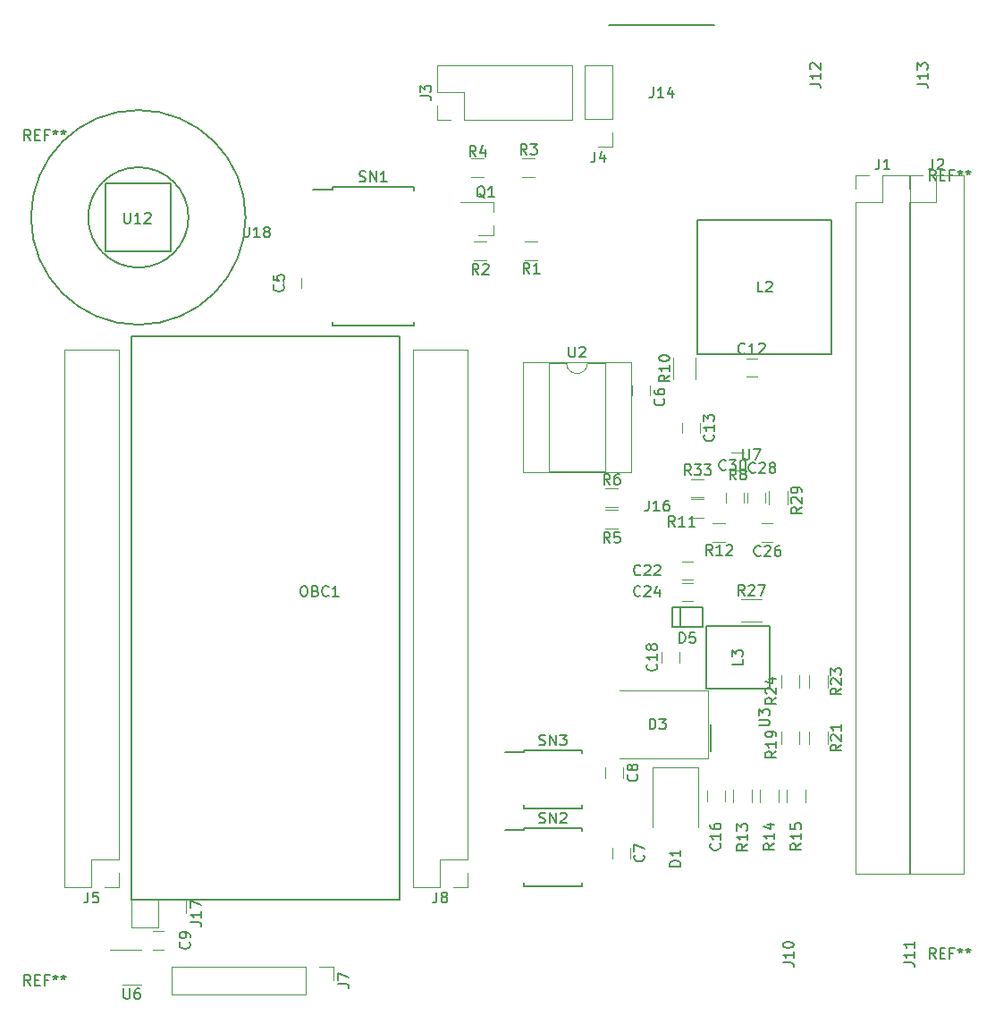
<source format=gbr>
G04 #@! TF.FileFunction,Legend,Top*
%FSLAX46Y46*%
G04 Gerber Fmt 4.6, Leading zero omitted, Abs format (unit mm)*
G04 Created by KiCad (PCBNEW 4.0.7) date 11/09/17 22:03:39*
%MOMM*%
%LPD*%
G01*
G04 APERTURE LIST*
%ADD10C,0.100000*%
%ADD11C,0.200000*%
%ADD12C,0.150000*%
%ADD13C,0.120000*%
G04 APERTURE END LIST*
D10*
D11*
X196966960Y-96621720D02*
X196966960Y-94081720D01*
D12*
X195696960Y-46329720D02*
X208396960Y-46329720D01*
X208396960Y-46329720D02*
X208396960Y-59029720D01*
X208396960Y-59029720D02*
X195696960Y-59029720D01*
X195696960Y-59029720D02*
X195696960Y-46329720D01*
D13*
X210622960Y-108238720D02*
X215822960Y-108238720D01*
X210622960Y-44678720D02*
X210622960Y-108238720D01*
X215822960Y-42078720D02*
X215822960Y-108238720D01*
X210622960Y-44678720D02*
X213222960Y-44678720D01*
X213222960Y-44678720D02*
X213222960Y-42078720D01*
X213222960Y-42078720D02*
X215822960Y-42078720D01*
X210622960Y-43408720D02*
X210622960Y-42078720D01*
X210622960Y-42078720D02*
X211952960Y-42078720D01*
X215702960Y-108238720D02*
X220902960Y-108238720D01*
X215702960Y-44678720D02*
X215702960Y-108238720D01*
X220902960Y-42078720D02*
X220902960Y-108238720D01*
X215702960Y-44678720D02*
X218302960Y-44678720D01*
X218302960Y-44678720D02*
X218302960Y-42078720D01*
X218302960Y-42078720D02*
X220902960Y-42078720D01*
X215702960Y-43408720D02*
X215702960Y-42078720D01*
X215702960Y-42078720D02*
X217032960Y-42078720D01*
X158192960Y-52798720D02*
X158192960Y-51798720D01*
X156492960Y-51798720D02*
X156492960Y-52798720D01*
X191212960Y-62958720D02*
X191212960Y-61958720D01*
X189512960Y-61958720D02*
X189512960Y-62958720D01*
X189307960Y-106773720D02*
X189307960Y-105773720D01*
X187607960Y-105773720D02*
X187607960Y-106773720D01*
X188672960Y-99153720D02*
X188672960Y-98153720D01*
X186972960Y-98153720D02*
X186972960Y-99153720D01*
X145142960Y-113678720D02*
X144142960Y-113678720D01*
X144142960Y-115378720D02*
X145142960Y-115378720D01*
X201296960Y-59449720D02*
X200296960Y-59449720D01*
X200296960Y-61149720D02*
X201296960Y-61149720D01*
X195911960Y-66514720D02*
X195911960Y-65514720D01*
X194211960Y-65514720D02*
X194211960Y-66514720D01*
X198271628Y-101386766D02*
X198271628Y-100386766D01*
X196571628Y-100386766D02*
X196571628Y-101386766D01*
X192306960Y-87231720D02*
X192306960Y-88231720D01*
X194006960Y-88231720D02*
X194006960Y-87231720D01*
X194221960Y-80376721D02*
X195221960Y-80376721D01*
X195221960Y-78676721D02*
X194221960Y-78676721D01*
X194221960Y-82368760D02*
X195221960Y-82368760D01*
X195221960Y-80668760D02*
X194221960Y-80668760D01*
X202800960Y-75070720D02*
X201800960Y-75070720D01*
X201800960Y-76770720D02*
X202800960Y-76770720D01*
X200434960Y-72118720D02*
X200434960Y-73118720D01*
X202134960Y-73118720D02*
X202134960Y-72118720D01*
X200102960Y-73118720D02*
X200102960Y-72118720D01*
X198402960Y-72118720D02*
X198402960Y-73118720D01*
X195761628Y-98151720D02*
X191461628Y-98151720D01*
X191461628Y-98151720D02*
X191461628Y-103851720D01*
X195761628Y-98151720D02*
X195761628Y-103851720D01*
X196686960Y-90831720D02*
X196686960Y-97331720D01*
X196686960Y-90831720D02*
X188286960Y-90831720D01*
X196686960Y-97331720D02*
X188286960Y-97331720D01*
D12*
X194056240Y-83021720D02*
X194056240Y-84821720D01*
X193256240Y-83021720D02*
X193256240Y-84821720D01*
X193256240Y-84821720D02*
X196156240Y-84821720D01*
X196156240Y-84821720D02*
X196156240Y-83021720D01*
X196156240Y-83021720D02*
X193256240Y-83021720D01*
D13*
X183818960Y-36864720D02*
X183818960Y-31664720D01*
X173598960Y-36864720D02*
X183818960Y-36864720D01*
X170998960Y-31664720D02*
X183818960Y-31664720D01*
X173598960Y-36864720D02*
X173598960Y-34264720D01*
X173598960Y-34264720D02*
X170998960Y-34264720D01*
X170998960Y-34264720D02*
X170998960Y-31664720D01*
X172328960Y-36864720D02*
X170998960Y-36864720D01*
X170998960Y-36864720D02*
X170998960Y-35534720D01*
X187628960Y-31664720D02*
X184968960Y-31664720D01*
X187628960Y-36804720D02*
X187628960Y-31664720D01*
X184968960Y-36804720D02*
X184968960Y-31664720D01*
X187628960Y-36804720D02*
X184968960Y-36804720D01*
X187628960Y-38074720D02*
X187628960Y-39404720D01*
X187628960Y-39404720D02*
X186298960Y-39404720D01*
X140892960Y-58588720D02*
X135692960Y-58588720D01*
X140892960Y-106908720D02*
X140892960Y-58588720D01*
X135692960Y-109508720D02*
X135692960Y-58588720D01*
X140892960Y-106908720D02*
X138292960Y-106908720D01*
X138292960Y-106908720D02*
X138292960Y-109508720D01*
X138292960Y-109508720D02*
X135692960Y-109508720D01*
X140892960Y-108178720D02*
X140892960Y-109508720D01*
X140892960Y-109508720D02*
X139562960Y-109508720D01*
X145852960Y-117008720D02*
X145852960Y-119668720D01*
X158612960Y-117008720D02*
X145852960Y-117008720D01*
X158612960Y-119668720D02*
X145852960Y-119668720D01*
X158612960Y-117008720D02*
X158612960Y-119668720D01*
X159882960Y-117008720D02*
X161212960Y-117008720D01*
X161212960Y-117008720D02*
X161212960Y-118338720D01*
X173912960Y-58588720D02*
X168712960Y-58588720D01*
X173912960Y-106908720D02*
X173912960Y-58588720D01*
X168712960Y-109508720D02*
X168712960Y-58588720D01*
X173912960Y-106908720D02*
X171312960Y-106908720D01*
X171312960Y-106908720D02*
X171312960Y-109508720D01*
X171312960Y-109508720D02*
X168712960Y-109508720D01*
X173912960Y-108178720D02*
X173912960Y-109508720D01*
X173912960Y-109508720D02*
X172582960Y-109508720D01*
D12*
X197282960Y-27853720D02*
X187282960Y-27853720D01*
D13*
X142042960Y-110658720D02*
X142042960Y-113318720D01*
X144642960Y-110658720D02*
X142042960Y-110658720D01*
X144642960Y-113318720D02*
X142042960Y-113318720D01*
X144642960Y-110658720D02*
X144642960Y-113318720D01*
X145912960Y-110658720D02*
X147242960Y-110658720D01*
X147242960Y-110658720D02*
X147242960Y-111988720D01*
D12*
X202506960Y-90731720D02*
X196506960Y-90731720D01*
X196506960Y-90731720D02*
X196506960Y-84731720D01*
X196506960Y-84731720D02*
X202506960Y-84731720D01*
X202506960Y-84731720D02*
X202506960Y-90731720D01*
X142102960Y-57378720D02*
X142102960Y-110718720D01*
X167502960Y-57378720D02*
X142102960Y-57378720D01*
X167502960Y-110718720D02*
X167502960Y-57378720D01*
X142102960Y-110718720D02*
X167502960Y-110718720D01*
D13*
X176390960Y-47782720D02*
X176390960Y-46852720D01*
X176390960Y-44622720D02*
X176390960Y-45552720D01*
X176390960Y-44622720D02*
X173230960Y-44622720D01*
X176390960Y-47782720D02*
X174930960Y-47782720D01*
X179348960Y-48370720D02*
X180548960Y-48370720D01*
X180548960Y-50130720D02*
X179348960Y-50130720D01*
X175722960Y-50130720D02*
X174522960Y-50130720D01*
X174522960Y-48370720D02*
X175722960Y-48370720D01*
X180294960Y-42256720D02*
X179094960Y-42256720D01*
X179094960Y-40496720D02*
X180294960Y-40496720D01*
X174268960Y-40496720D02*
X175468960Y-40496720D01*
X175468960Y-42256720D02*
X174268960Y-42256720D01*
X188168960Y-75530720D02*
X186968960Y-75530720D01*
X186968960Y-73770720D02*
X188168960Y-73770720D01*
X188168960Y-73498720D02*
X186968960Y-73498720D01*
X186968960Y-71738720D02*
X188168960Y-71738720D01*
X200106960Y-70069720D02*
X198906960Y-70069720D01*
X198906960Y-68309720D02*
X200106960Y-68309720D01*
X195496960Y-59394720D02*
X195496960Y-61394720D01*
X193356960Y-61394720D02*
X193356960Y-59394720D01*
X196296960Y-74514720D02*
X195096960Y-74514720D01*
X195096960Y-72754720D02*
X196296960Y-72754720D01*
X197128960Y-75040720D02*
X198328960Y-75040720D01*
X198328960Y-76800720D02*
X197128960Y-76800720D01*
X199081628Y-101486766D02*
X199081628Y-100286766D01*
X200841628Y-100286766D02*
X200841628Y-101486766D01*
X203381628Y-100286766D02*
X203381628Y-101486766D01*
X201621628Y-101486766D02*
X201621628Y-100286766D01*
X204161628Y-101486766D02*
X204161628Y-100286766D01*
X205921628Y-100286766D02*
X205921628Y-101486766D01*
X203581960Y-95951720D02*
X203581960Y-94751720D01*
X205341960Y-94751720D02*
X205341960Y-95951720D01*
X206246960Y-95951720D02*
X206246960Y-94751720D01*
X208006960Y-94751720D02*
X208006960Y-95951720D01*
X206246960Y-90626721D02*
X206246960Y-89426721D01*
X208006960Y-89426721D02*
X208006960Y-90626721D01*
X203581960Y-90626721D02*
X203581960Y-89426721D01*
X205341960Y-89426721D02*
X205341960Y-90626721D01*
X201776960Y-84346680D02*
X199776960Y-84346680D01*
X199776960Y-82206680D02*
X201776960Y-82206680D01*
X202436960Y-73218720D02*
X202436960Y-72018720D01*
X204196960Y-72018720D02*
X204196960Y-73218720D01*
X196296960Y-72609720D02*
X195096960Y-72609720D01*
X195096960Y-70849720D02*
X196296960Y-70849720D01*
D12*
X161087960Y-43183720D02*
X161087960Y-43433720D01*
X168837960Y-43183720D02*
X168837960Y-43518720D01*
X168837960Y-56333720D02*
X168837960Y-55998720D01*
X161087960Y-56333720D02*
X161087960Y-55998720D01*
X161087960Y-43183720D02*
X168837960Y-43183720D01*
X161087960Y-56333720D02*
X168837960Y-56333720D01*
X161087960Y-43433720D02*
X159287960Y-43433720D01*
X179230960Y-103899720D02*
X179230960Y-104104720D01*
X184730960Y-103899720D02*
X184730960Y-104199720D01*
X184730960Y-109409720D02*
X184730960Y-109109720D01*
X179230960Y-109409720D02*
X179230960Y-109109720D01*
X179230960Y-103899720D02*
X184730960Y-103899720D01*
X179230960Y-109409720D02*
X184730960Y-109409720D01*
X179230960Y-104104720D02*
X177480960Y-104104720D01*
X179230960Y-96533720D02*
X179230960Y-96738720D01*
X184730960Y-96533720D02*
X184730960Y-96833720D01*
X184730960Y-102043720D02*
X184730960Y-101743720D01*
X179230960Y-102043720D02*
X179230960Y-101743720D01*
X179230960Y-96533720D02*
X184730960Y-96533720D01*
X179230960Y-102043720D02*
X184730960Y-102043720D01*
X179230960Y-96738720D02*
X177480960Y-96738720D01*
D13*
X185266960Y-59858720D02*
G75*
G02X183266960Y-59858720I-1000000J0D01*
G01*
X183266960Y-59858720D02*
X181616960Y-59858720D01*
X181616960Y-59858720D02*
X181616960Y-70138720D01*
X181616960Y-70138720D02*
X186916960Y-70138720D01*
X186916960Y-70138720D02*
X186916960Y-59858720D01*
X186916960Y-59858720D02*
X185266960Y-59858720D01*
X179126960Y-59798720D02*
X179126960Y-70198720D01*
X179126960Y-70198720D02*
X189406960Y-70198720D01*
X189406960Y-70198720D02*
X189406960Y-59798720D01*
X189406960Y-59798720D02*
X179126960Y-59798720D01*
X141202960Y-118678720D02*
X143002960Y-118678720D01*
X143002960Y-115458720D02*
X140052960Y-115458720D01*
D12*
X152882960Y-46083720D02*
G75*
G03X152882960Y-46083720I-10160000J0D01*
G01*
X147472760Y-46083720D02*
G75*
G03X147472760Y-46083720I-4749800J0D01*
G01*
X139622960Y-42883720D02*
X145822960Y-42883720D01*
X145822960Y-42883720D02*
X145822960Y-49283720D01*
X145822960Y-49283720D02*
X139622960Y-49283720D01*
X139622960Y-49283720D02*
X139622960Y-42883720D01*
X201880294Y-53132101D02*
X201404103Y-53132101D01*
X201404103Y-52132101D01*
X202166008Y-52227339D02*
X202213627Y-52179720D01*
X202308865Y-52132101D01*
X202546961Y-52132101D01*
X202642199Y-52179720D01*
X202689818Y-52227339D01*
X202737437Y-52322577D01*
X202737437Y-52417815D01*
X202689818Y-52560672D01*
X202118389Y-53132101D01*
X202737437Y-53132101D01*
X212889627Y-40531101D02*
X212889627Y-41245387D01*
X212842007Y-41388244D01*
X212746769Y-41483482D01*
X212603912Y-41531101D01*
X212508674Y-41531101D01*
X213889627Y-41531101D02*
X213318198Y-41531101D01*
X213603912Y-41531101D02*
X213603912Y-40531101D01*
X213508674Y-40673958D01*
X213413436Y-40769196D01*
X213318198Y-40816815D01*
X217969627Y-40531101D02*
X217969627Y-41245387D01*
X217922007Y-41388244D01*
X217826769Y-41483482D01*
X217683912Y-41531101D01*
X217588674Y-41531101D01*
X218398198Y-40626339D02*
X218445817Y-40578720D01*
X218541055Y-40531101D01*
X218779151Y-40531101D01*
X218874389Y-40578720D01*
X218922008Y-40626339D01*
X218969627Y-40721577D01*
X218969627Y-40816815D01*
X218922008Y-40959672D01*
X218350579Y-41531101D01*
X218969627Y-41531101D01*
X156430103Y-52465386D02*
X156477722Y-52513005D01*
X156525341Y-52655862D01*
X156525341Y-52751100D01*
X156477722Y-52893958D01*
X156382484Y-52989196D01*
X156287246Y-53036815D01*
X156096770Y-53084434D01*
X155953912Y-53084434D01*
X155763436Y-53036815D01*
X155668198Y-52989196D01*
X155572960Y-52893958D01*
X155525341Y-52751100D01*
X155525341Y-52655862D01*
X155572960Y-52513005D01*
X155620579Y-52465386D01*
X155525341Y-51560624D02*
X155525341Y-52036815D01*
X156001531Y-52084434D01*
X155953912Y-52036815D01*
X155906293Y-51941577D01*
X155906293Y-51703481D01*
X155953912Y-51608243D01*
X156001531Y-51560624D01*
X156096770Y-51513005D01*
X156334865Y-51513005D01*
X156430103Y-51560624D01*
X156477722Y-51608243D01*
X156525341Y-51703481D01*
X156525341Y-51941577D01*
X156477722Y-52036815D01*
X156430103Y-52084434D01*
X192470103Y-63260386D02*
X192517722Y-63308005D01*
X192565341Y-63450862D01*
X192565341Y-63546100D01*
X192517722Y-63688958D01*
X192422484Y-63784196D01*
X192327246Y-63831815D01*
X192136770Y-63879434D01*
X191993912Y-63879434D01*
X191803436Y-63831815D01*
X191708198Y-63784196D01*
X191612960Y-63688958D01*
X191565341Y-63546100D01*
X191565341Y-63450862D01*
X191612960Y-63308005D01*
X191660579Y-63260386D01*
X191565341Y-62403243D02*
X191565341Y-62593720D01*
X191612960Y-62688958D01*
X191660579Y-62736577D01*
X191803436Y-62831815D01*
X191993912Y-62879434D01*
X192374865Y-62879434D01*
X192470103Y-62831815D01*
X192517722Y-62784196D01*
X192565341Y-62688958D01*
X192565341Y-62498481D01*
X192517722Y-62403243D01*
X192470103Y-62355624D01*
X192374865Y-62308005D01*
X192136770Y-62308005D01*
X192041531Y-62355624D01*
X191993912Y-62403243D01*
X191946293Y-62498481D01*
X191946293Y-62688958D01*
X191993912Y-62784196D01*
X192041531Y-62831815D01*
X192136770Y-62879434D01*
X190565103Y-106440386D02*
X190612722Y-106488005D01*
X190660341Y-106630862D01*
X190660341Y-106726100D01*
X190612722Y-106868958D01*
X190517484Y-106964196D01*
X190422246Y-107011815D01*
X190231770Y-107059434D01*
X190088912Y-107059434D01*
X189898436Y-107011815D01*
X189803198Y-106964196D01*
X189707960Y-106868958D01*
X189660341Y-106726100D01*
X189660341Y-106630862D01*
X189707960Y-106488005D01*
X189755579Y-106440386D01*
X189660341Y-106107053D02*
X189660341Y-105440386D01*
X190660341Y-105868958D01*
X189930103Y-98820386D02*
X189977722Y-98868005D01*
X190025341Y-99010862D01*
X190025341Y-99106100D01*
X189977722Y-99248958D01*
X189882484Y-99344196D01*
X189787246Y-99391815D01*
X189596770Y-99439434D01*
X189453912Y-99439434D01*
X189263436Y-99391815D01*
X189168198Y-99344196D01*
X189072960Y-99248958D01*
X189025341Y-99106100D01*
X189025341Y-99010862D01*
X189072960Y-98868005D01*
X189120579Y-98820386D01*
X189453912Y-98248958D02*
X189406293Y-98344196D01*
X189358674Y-98391815D01*
X189263436Y-98439434D01*
X189215817Y-98439434D01*
X189120579Y-98391815D01*
X189072960Y-98344196D01*
X189025341Y-98248958D01*
X189025341Y-98058481D01*
X189072960Y-97963243D01*
X189120579Y-97915624D01*
X189215817Y-97868005D01*
X189263436Y-97868005D01*
X189358674Y-97915624D01*
X189406293Y-97963243D01*
X189453912Y-98058481D01*
X189453912Y-98248958D01*
X189501531Y-98344196D01*
X189549150Y-98391815D01*
X189644389Y-98439434D01*
X189834865Y-98439434D01*
X189930103Y-98391815D01*
X189977722Y-98344196D01*
X190025341Y-98248958D01*
X190025341Y-98058481D01*
X189977722Y-97963243D01*
X189930103Y-97915624D01*
X189834865Y-97868005D01*
X189644389Y-97868005D01*
X189549150Y-97915624D01*
X189501531Y-97963243D01*
X189453912Y-98058481D01*
X147540103Y-114695386D02*
X147587722Y-114743005D01*
X147635341Y-114885862D01*
X147635341Y-114981100D01*
X147587722Y-115123958D01*
X147492484Y-115219196D01*
X147397246Y-115266815D01*
X147206770Y-115314434D01*
X147063912Y-115314434D01*
X146873436Y-115266815D01*
X146778198Y-115219196D01*
X146682960Y-115123958D01*
X146635341Y-114981100D01*
X146635341Y-114885862D01*
X146682960Y-114743005D01*
X146730579Y-114695386D01*
X147635341Y-114219196D02*
X147635341Y-114028720D01*
X147587722Y-113933481D01*
X147540103Y-113885862D01*
X147397246Y-113790624D01*
X147206770Y-113743005D01*
X146825817Y-113743005D01*
X146730579Y-113790624D01*
X146682960Y-113838243D01*
X146635341Y-113933481D01*
X146635341Y-114123958D01*
X146682960Y-114219196D01*
X146730579Y-114266815D01*
X146825817Y-114314434D01*
X147063912Y-114314434D01*
X147159150Y-114266815D01*
X147206770Y-114219196D01*
X147254389Y-114123958D01*
X147254389Y-113933481D01*
X147206770Y-113838243D01*
X147159150Y-113790624D01*
X147063912Y-113743005D01*
X200154103Y-58906863D02*
X200106484Y-58954482D01*
X199963627Y-59002101D01*
X199868389Y-59002101D01*
X199725531Y-58954482D01*
X199630293Y-58859244D01*
X199582674Y-58764006D01*
X199535055Y-58573530D01*
X199535055Y-58430672D01*
X199582674Y-58240196D01*
X199630293Y-58144958D01*
X199725531Y-58049720D01*
X199868389Y-58002101D01*
X199963627Y-58002101D01*
X200106484Y-58049720D01*
X200154103Y-58097339D01*
X201106484Y-59002101D02*
X200535055Y-59002101D01*
X200820769Y-59002101D02*
X200820769Y-58002101D01*
X200725531Y-58144958D01*
X200630293Y-58240196D01*
X200535055Y-58287815D01*
X201487436Y-58097339D02*
X201535055Y-58049720D01*
X201630293Y-58002101D01*
X201868389Y-58002101D01*
X201963627Y-58049720D01*
X202011246Y-58097339D01*
X202058865Y-58192577D01*
X202058865Y-58287815D01*
X202011246Y-58430672D01*
X201439817Y-59002101D01*
X202058865Y-59002101D01*
X197169103Y-66657577D02*
X197216722Y-66705196D01*
X197264341Y-66848053D01*
X197264341Y-66943291D01*
X197216722Y-67086149D01*
X197121484Y-67181387D01*
X197026246Y-67229006D01*
X196835770Y-67276625D01*
X196692912Y-67276625D01*
X196502436Y-67229006D01*
X196407198Y-67181387D01*
X196311960Y-67086149D01*
X196264341Y-66943291D01*
X196264341Y-66848053D01*
X196311960Y-66705196D01*
X196359579Y-66657577D01*
X197264341Y-65705196D02*
X197264341Y-66276625D01*
X197264341Y-65990911D02*
X196264341Y-65990911D01*
X196407198Y-66086149D01*
X196502436Y-66181387D01*
X196550055Y-66276625D01*
X196264341Y-65371863D02*
X196264341Y-64752815D01*
X196645293Y-65086149D01*
X196645293Y-64943291D01*
X196692912Y-64848053D01*
X196740531Y-64800434D01*
X196835770Y-64752815D01*
X197073865Y-64752815D01*
X197169103Y-64800434D01*
X197216722Y-64848053D01*
X197264341Y-64943291D01*
X197264341Y-65229006D01*
X197216722Y-65324244D01*
X197169103Y-65371863D01*
X197778771Y-105359623D02*
X197826390Y-105407242D01*
X197874009Y-105550099D01*
X197874009Y-105645337D01*
X197826390Y-105788195D01*
X197731152Y-105883433D01*
X197635914Y-105931052D01*
X197445438Y-105978671D01*
X197302580Y-105978671D01*
X197112104Y-105931052D01*
X197016866Y-105883433D01*
X196921628Y-105788195D01*
X196874009Y-105645337D01*
X196874009Y-105550099D01*
X196921628Y-105407242D01*
X196969247Y-105359623D01*
X197874009Y-104407242D02*
X197874009Y-104978671D01*
X197874009Y-104692957D02*
X196874009Y-104692957D01*
X197016866Y-104788195D01*
X197112104Y-104883433D01*
X197159723Y-104978671D01*
X196874009Y-103550099D02*
X196874009Y-103740576D01*
X196921628Y-103835814D01*
X196969247Y-103883433D01*
X197112104Y-103978671D01*
X197302580Y-104026290D01*
X197683533Y-104026290D01*
X197778771Y-103978671D01*
X197826390Y-103931052D01*
X197874009Y-103835814D01*
X197874009Y-103645337D01*
X197826390Y-103550099D01*
X197778771Y-103502480D01*
X197683533Y-103454861D01*
X197445438Y-103454861D01*
X197350199Y-103502480D01*
X197302580Y-103550099D01*
X197254961Y-103645337D01*
X197254961Y-103835814D01*
X197302580Y-103931052D01*
X197350199Y-103978671D01*
X197445438Y-104026290D01*
X191764103Y-88374577D02*
X191811722Y-88422196D01*
X191859341Y-88565053D01*
X191859341Y-88660291D01*
X191811722Y-88803149D01*
X191716484Y-88898387D01*
X191621246Y-88946006D01*
X191430770Y-88993625D01*
X191287912Y-88993625D01*
X191097436Y-88946006D01*
X191002198Y-88898387D01*
X190906960Y-88803149D01*
X190859341Y-88660291D01*
X190859341Y-88565053D01*
X190906960Y-88422196D01*
X190954579Y-88374577D01*
X191859341Y-87422196D02*
X191859341Y-87993625D01*
X191859341Y-87707911D02*
X190859341Y-87707911D01*
X191002198Y-87803149D01*
X191097436Y-87898387D01*
X191145055Y-87993625D01*
X191287912Y-86850768D02*
X191240293Y-86946006D01*
X191192674Y-86993625D01*
X191097436Y-87041244D01*
X191049817Y-87041244D01*
X190954579Y-86993625D01*
X190906960Y-86946006D01*
X190859341Y-86850768D01*
X190859341Y-86660291D01*
X190906960Y-86565053D01*
X190954579Y-86517434D01*
X191049817Y-86469815D01*
X191097436Y-86469815D01*
X191192674Y-86517434D01*
X191240293Y-86565053D01*
X191287912Y-86660291D01*
X191287912Y-86850768D01*
X191335531Y-86946006D01*
X191383150Y-86993625D01*
X191478389Y-87041244D01*
X191668865Y-87041244D01*
X191764103Y-86993625D01*
X191811722Y-86946006D01*
X191859341Y-86850768D01*
X191859341Y-86660291D01*
X191811722Y-86565053D01*
X191764103Y-86517434D01*
X191668865Y-86469815D01*
X191478389Y-86469815D01*
X191383150Y-86517434D01*
X191335531Y-86565053D01*
X191287912Y-86660291D01*
X190269103Y-79883864D02*
X190221484Y-79931483D01*
X190078627Y-79979102D01*
X189983389Y-79979102D01*
X189840531Y-79931483D01*
X189745293Y-79836245D01*
X189697674Y-79741007D01*
X189650055Y-79550531D01*
X189650055Y-79407673D01*
X189697674Y-79217197D01*
X189745293Y-79121959D01*
X189840531Y-79026721D01*
X189983389Y-78979102D01*
X190078627Y-78979102D01*
X190221484Y-79026721D01*
X190269103Y-79074340D01*
X190650055Y-79074340D02*
X190697674Y-79026721D01*
X190792912Y-78979102D01*
X191031008Y-78979102D01*
X191126246Y-79026721D01*
X191173865Y-79074340D01*
X191221484Y-79169578D01*
X191221484Y-79264816D01*
X191173865Y-79407673D01*
X190602436Y-79979102D01*
X191221484Y-79979102D01*
X191602436Y-79074340D02*
X191650055Y-79026721D01*
X191745293Y-78979102D01*
X191983389Y-78979102D01*
X192078627Y-79026721D01*
X192126246Y-79074340D01*
X192173865Y-79169578D01*
X192173865Y-79264816D01*
X192126246Y-79407673D01*
X191554817Y-79979102D01*
X192173865Y-79979102D01*
X190269103Y-81875903D02*
X190221484Y-81923522D01*
X190078627Y-81971141D01*
X189983389Y-81971141D01*
X189840531Y-81923522D01*
X189745293Y-81828284D01*
X189697674Y-81733046D01*
X189650055Y-81542570D01*
X189650055Y-81399712D01*
X189697674Y-81209236D01*
X189745293Y-81113998D01*
X189840531Y-81018760D01*
X189983389Y-80971141D01*
X190078627Y-80971141D01*
X190221484Y-81018760D01*
X190269103Y-81066379D01*
X190650055Y-81066379D02*
X190697674Y-81018760D01*
X190792912Y-80971141D01*
X191031008Y-80971141D01*
X191126246Y-81018760D01*
X191173865Y-81066379D01*
X191221484Y-81161617D01*
X191221484Y-81256855D01*
X191173865Y-81399712D01*
X190602436Y-81971141D01*
X191221484Y-81971141D01*
X192078627Y-81304474D02*
X192078627Y-81971141D01*
X191840531Y-80923522D02*
X191602436Y-81637808D01*
X192221484Y-81637808D01*
X201658103Y-78055863D02*
X201610484Y-78103482D01*
X201467627Y-78151101D01*
X201372389Y-78151101D01*
X201229531Y-78103482D01*
X201134293Y-78008244D01*
X201086674Y-77913006D01*
X201039055Y-77722530D01*
X201039055Y-77579672D01*
X201086674Y-77389196D01*
X201134293Y-77293958D01*
X201229531Y-77198720D01*
X201372389Y-77151101D01*
X201467627Y-77151101D01*
X201610484Y-77198720D01*
X201658103Y-77246339D01*
X202039055Y-77246339D02*
X202086674Y-77198720D01*
X202181912Y-77151101D01*
X202420008Y-77151101D01*
X202515246Y-77198720D01*
X202562865Y-77246339D01*
X202610484Y-77341577D01*
X202610484Y-77436815D01*
X202562865Y-77579672D01*
X201991436Y-78151101D01*
X202610484Y-78151101D01*
X203467627Y-77151101D02*
X203277150Y-77151101D01*
X203181912Y-77198720D01*
X203134293Y-77246339D01*
X203039055Y-77389196D01*
X202991436Y-77579672D01*
X202991436Y-77960625D01*
X203039055Y-78055863D01*
X203086674Y-78103482D01*
X203181912Y-78151101D01*
X203372389Y-78151101D01*
X203467627Y-78103482D01*
X203515246Y-78055863D01*
X203562865Y-77960625D01*
X203562865Y-77722530D01*
X203515246Y-77627291D01*
X203467627Y-77579672D01*
X203372389Y-77532053D01*
X203181912Y-77532053D01*
X203086674Y-77579672D01*
X203039055Y-77627291D01*
X202991436Y-77722530D01*
X201150103Y-70181863D02*
X201102484Y-70229482D01*
X200959627Y-70277101D01*
X200864389Y-70277101D01*
X200721531Y-70229482D01*
X200626293Y-70134244D01*
X200578674Y-70039006D01*
X200531055Y-69848530D01*
X200531055Y-69705672D01*
X200578674Y-69515196D01*
X200626293Y-69419958D01*
X200721531Y-69324720D01*
X200864389Y-69277101D01*
X200959627Y-69277101D01*
X201102484Y-69324720D01*
X201150103Y-69372339D01*
X201531055Y-69372339D02*
X201578674Y-69324720D01*
X201673912Y-69277101D01*
X201912008Y-69277101D01*
X202007246Y-69324720D01*
X202054865Y-69372339D01*
X202102484Y-69467577D01*
X202102484Y-69562815D01*
X202054865Y-69705672D01*
X201483436Y-70277101D01*
X202102484Y-70277101D01*
X202673912Y-69705672D02*
X202578674Y-69658053D01*
X202531055Y-69610434D01*
X202483436Y-69515196D01*
X202483436Y-69467577D01*
X202531055Y-69372339D01*
X202578674Y-69324720D01*
X202673912Y-69277101D01*
X202864389Y-69277101D01*
X202959627Y-69324720D01*
X203007246Y-69372339D01*
X203054865Y-69467577D01*
X203054865Y-69515196D01*
X203007246Y-69610434D01*
X202959627Y-69658053D01*
X202864389Y-69705672D01*
X202673912Y-69705672D01*
X202578674Y-69753291D01*
X202531055Y-69800910D01*
X202483436Y-69896149D01*
X202483436Y-70086625D01*
X202531055Y-70181863D01*
X202578674Y-70229482D01*
X202673912Y-70277101D01*
X202864389Y-70277101D01*
X202959627Y-70229482D01*
X203007246Y-70181863D01*
X203054865Y-70086625D01*
X203054865Y-69896149D01*
X203007246Y-69800910D01*
X202959627Y-69753291D01*
X202864389Y-69705672D01*
X198356103Y-69927863D02*
X198308484Y-69975482D01*
X198165627Y-70023101D01*
X198070389Y-70023101D01*
X197927531Y-69975482D01*
X197832293Y-69880244D01*
X197784674Y-69785006D01*
X197737055Y-69594530D01*
X197737055Y-69451672D01*
X197784674Y-69261196D01*
X197832293Y-69165958D01*
X197927531Y-69070720D01*
X198070389Y-69023101D01*
X198165627Y-69023101D01*
X198308484Y-69070720D01*
X198356103Y-69118339D01*
X198689436Y-69023101D02*
X199308484Y-69023101D01*
X198975150Y-69404053D01*
X199118008Y-69404053D01*
X199213246Y-69451672D01*
X199260865Y-69499291D01*
X199308484Y-69594530D01*
X199308484Y-69832625D01*
X199260865Y-69927863D01*
X199213246Y-69975482D01*
X199118008Y-70023101D01*
X198832293Y-70023101D01*
X198737055Y-69975482D01*
X198689436Y-69927863D01*
X199927531Y-69023101D02*
X200022770Y-69023101D01*
X200118008Y-69070720D01*
X200165627Y-69118339D01*
X200213246Y-69213577D01*
X200260865Y-69404053D01*
X200260865Y-69642149D01*
X200213246Y-69832625D01*
X200165627Y-69927863D01*
X200118008Y-69975482D01*
X200022770Y-70023101D01*
X199927531Y-70023101D01*
X199832293Y-69975482D01*
X199784674Y-69927863D01*
X199737055Y-69832625D01*
X199689436Y-69642149D01*
X199689436Y-69404053D01*
X199737055Y-69213577D01*
X199784674Y-69118339D01*
X199832293Y-69070720D01*
X199927531Y-69023101D01*
X194064009Y-107519815D02*
X193064009Y-107519815D01*
X193064009Y-107281720D01*
X193111628Y-107138862D01*
X193206866Y-107043624D01*
X193302104Y-106996005D01*
X193492580Y-106948386D01*
X193635438Y-106948386D01*
X193825914Y-106996005D01*
X193921152Y-107043624D01*
X194016390Y-107138862D01*
X194064009Y-107281720D01*
X194064009Y-107519815D01*
X194064009Y-105996005D02*
X194064009Y-106567434D01*
X194064009Y-106281720D02*
X193064009Y-106281720D01*
X193206866Y-106376958D01*
X193302104Y-106472196D01*
X193349723Y-106567434D01*
X191148865Y-94534101D02*
X191148865Y-93534101D01*
X191386960Y-93534101D01*
X191529818Y-93581720D01*
X191625056Y-93676958D01*
X191672675Y-93772196D01*
X191720294Y-93962672D01*
X191720294Y-94105530D01*
X191672675Y-94296006D01*
X191625056Y-94391244D01*
X191529818Y-94486482D01*
X191386960Y-94534101D01*
X191148865Y-94534101D01*
X192053627Y-93534101D02*
X192672675Y-93534101D01*
X192339341Y-93915053D01*
X192482199Y-93915053D01*
X192577437Y-93962672D01*
X192625056Y-94010291D01*
X192672675Y-94105530D01*
X192672675Y-94343625D01*
X192625056Y-94438863D01*
X192577437Y-94486482D01*
X192482199Y-94534101D01*
X192196484Y-94534101D01*
X192101246Y-94486482D01*
X192053627Y-94438863D01*
X193968145Y-86374101D02*
X193968145Y-85374101D01*
X194206240Y-85374101D01*
X194349098Y-85421720D01*
X194444336Y-85516958D01*
X194491955Y-85612196D01*
X194539574Y-85802672D01*
X194539574Y-85945530D01*
X194491955Y-86136006D01*
X194444336Y-86231244D01*
X194349098Y-86326482D01*
X194206240Y-86374101D01*
X193968145Y-86374101D01*
X195444336Y-85374101D02*
X194968145Y-85374101D01*
X194920526Y-85850291D01*
X194968145Y-85802672D01*
X195063383Y-85755053D01*
X195301479Y-85755053D01*
X195396717Y-85802672D01*
X195444336Y-85850291D01*
X195491955Y-85945530D01*
X195491955Y-86183625D01*
X195444336Y-86278863D01*
X195396717Y-86326482D01*
X195301479Y-86374101D01*
X195063383Y-86374101D01*
X194968145Y-86326482D01*
X194920526Y-86278863D01*
X169451341Y-34598053D02*
X170165627Y-34598053D01*
X170308484Y-34645673D01*
X170403722Y-34740911D01*
X170451341Y-34883768D01*
X170451341Y-34979006D01*
X169451341Y-34217101D02*
X169451341Y-33598053D01*
X169832293Y-33931387D01*
X169832293Y-33788529D01*
X169879912Y-33693291D01*
X169927531Y-33645672D01*
X170022770Y-33598053D01*
X170260865Y-33598053D01*
X170356103Y-33645672D01*
X170403722Y-33693291D01*
X170451341Y-33788529D01*
X170451341Y-34074244D01*
X170403722Y-34169482D01*
X170356103Y-34217101D01*
X185965627Y-39857101D02*
X185965627Y-40571387D01*
X185918007Y-40714244D01*
X185822769Y-40809482D01*
X185679912Y-40857101D01*
X185584674Y-40857101D01*
X186870389Y-40190434D02*
X186870389Y-40857101D01*
X186632293Y-39809482D02*
X186394198Y-40523768D01*
X187013246Y-40523768D01*
X137959627Y-109961101D02*
X137959627Y-110675387D01*
X137912007Y-110818244D01*
X137816769Y-110913482D01*
X137673912Y-110961101D01*
X137578674Y-110961101D01*
X138912008Y-109961101D02*
X138435817Y-109961101D01*
X138388198Y-110437291D01*
X138435817Y-110389672D01*
X138531055Y-110342053D01*
X138769151Y-110342053D01*
X138864389Y-110389672D01*
X138912008Y-110437291D01*
X138959627Y-110532530D01*
X138959627Y-110770625D01*
X138912008Y-110865863D01*
X138864389Y-110913482D01*
X138769151Y-110961101D01*
X138531055Y-110961101D01*
X138435817Y-110913482D01*
X138388198Y-110865863D01*
X161665341Y-118672053D02*
X162379627Y-118672053D01*
X162522484Y-118719673D01*
X162617722Y-118814911D01*
X162665341Y-118957768D01*
X162665341Y-119053006D01*
X161665341Y-118291101D02*
X161665341Y-117624434D01*
X162665341Y-118053006D01*
X170979627Y-109961101D02*
X170979627Y-110675387D01*
X170932007Y-110818244D01*
X170836769Y-110913482D01*
X170693912Y-110961101D01*
X170598674Y-110961101D01*
X171598674Y-110389672D02*
X171503436Y-110342053D01*
X171455817Y-110294434D01*
X171408198Y-110199196D01*
X171408198Y-110151577D01*
X171455817Y-110056339D01*
X171503436Y-110008720D01*
X171598674Y-109961101D01*
X171789151Y-109961101D01*
X171884389Y-110008720D01*
X171932008Y-110056339D01*
X171979627Y-110151577D01*
X171979627Y-110199196D01*
X171932008Y-110294434D01*
X171884389Y-110342053D01*
X171789151Y-110389672D01*
X171598674Y-110389672D01*
X171503436Y-110437291D01*
X171455817Y-110484910D01*
X171408198Y-110580149D01*
X171408198Y-110770625D01*
X171455817Y-110865863D01*
X171503436Y-110913482D01*
X171598674Y-110961101D01*
X171789151Y-110961101D01*
X171884389Y-110913482D01*
X171932008Y-110865863D01*
X171979627Y-110770625D01*
X171979627Y-110580149D01*
X171932008Y-110484910D01*
X171884389Y-110437291D01*
X171789151Y-110389672D01*
X203785341Y-116608243D02*
X204499627Y-116608243D01*
X204642484Y-116655863D01*
X204737722Y-116751101D01*
X204785341Y-116893958D01*
X204785341Y-116989196D01*
X204785341Y-115608243D02*
X204785341Y-116179672D01*
X204785341Y-115893958D02*
X203785341Y-115893958D01*
X203928198Y-115989196D01*
X204023436Y-116084434D01*
X204071055Y-116179672D01*
X203785341Y-114989196D02*
X203785341Y-114893957D01*
X203832960Y-114798719D01*
X203880579Y-114751100D01*
X203975817Y-114703481D01*
X204166293Y-114655862D01*
X204404389Y-114655862D01*
X204594865Y-114703481D01*
X204690103Y-114751100D01*
X204737722Y-114798719D01*
X204785341Y-114893957D01*
X204785341Y-114989196D01*
X204737722Y-115084434D01*
X204690103Y-115132053D01*
X204594865Y-115179672D01*
X204404389Y-115227291D01*
X204166293Y-115227291D01*
X203975817Y-115179672D01*
X203880579Y-115132053D01*
X203832960Y-115084434D01*
X203785341Y-114989196D01*
X215215341Y-116608243D02*
X215929627Y-116608243D01*
X216072484Y-116655863D01*
X216167722Y-116751101D01*
X216215341Y-116893958D01*
X216215341Y-116989196D01*
X216215341Y-115608243D02*
X216215341Y-116179672D01*
X216215341Y-115893958D02*
X215215341Y-115893958D01*
X215358198Y-115989196D01*
X215453436Y-116084434D01*
X215501055Y-116179672D01*
X216215341Y-114655862D02*
X216215341Y-115227291D01*
X216215341Y-114941577D02*
X215215341Y-114941577D01*
X215358198Y-115036815D01*
X215453436Y-115132053D01*
X215501055Y-115227291D01*
X206325341Y-33423243D02*
X207039627Y-33423243D01*
X207182484Y-33470863D01*
X207277722Y-33566101D01*
X207325341Y-33708958D01*
X207325341Y-33804196D01*
X207325341Y-32423243D02*
X207325341Y-32994672D01*
X207325341Y-32708958D02*
X206325341Y-32708958D01*
X206468198Y-32804196D01*
X206563436Y-32899434D01*
X206611055Y-32994672D01*
X206420579Y-32042291D02*
X206372960Y-31994672D01*
X206325341Y-31899434D01*
X206325341Y-31661338D01*
X206372960Y-31566100D01*
X206420579Y-31518481D01*
X206515817Y-31470862D01*
X206611055Y-31470862D01*
X206753912Y-31518481D01*
X207325341Y-32089910D01*
X207325341Y-31470862D01*
X216485341Y-33423243D02*
X217199627Y-33423243D01*
X217342484Y-33470863D01*
X217437722Y-33566101D01*
X217485341Y-33708958D01*
X217485341Y-33804196D01*
X217485341Y-32423243D02*
X217485341Y-32994672D01*
X217485341Y-32708958D02*
X216485341Y-32708958D01*
X216628198Y-32804196D01*
X216723436Y-32899434D01*
X216771055Y-32994672D01*
X216485341Y-32089910D02*
X216485341Y-31470862D01*
X216866293Y-31804196D01*
X216866293Y-31661338D01*
X216913912Y-31566100D01*
X216961531Y-31518481D01*
X217056770Y-31470862D01*
X217294865Y-31470862D01*
X217390103Y-31518481D01*
X217437722Y-31566100D01*
X217485341Y-31661338D01*
X217485341Y-31947053D01*
X217437722Y-32042291D01*
X217390103Y-32089910D01*
X191473437Y-33756101D02*
X191473437Y-34470387D01*
X191425817Y-34613244D01*
X191330579Y-34708482D01*
X191187722Y-34756101D01*
X191092484Y-34756101D01*
X192473437Y-34756101D02*
X191902008Y-34756101D01*
X192187722Y-34756101D02*
X192187722Y-33756101D01*
X192092484Y-33898958D01*
X191997246Y-33994196D01*
X191902008Y-34041815D01*
X193330580Y-34089434D02*
X193330580Y-34756101D01*
X193092484Y-33708482D02*
X192854389Y-34422768D01*
X193473437Y-34422768D01*
X191077437Y-72881101D02*
X191077437Y-73595387D01*
X191029817Y-73738244D01*
X190934579Y-73833482D01*
X190791722Y-73881101D01*
X190696484Y-73881101D01*
X192077437Y-73881101D02*
X191506008Y-73881101D01*
X191791722Y-73881101D02*
X191791722Y-72881101D01*
X191696484Y-73023958D01*
X191601246Y-73119196D01*
X191506008Y-73166815D01*
X192934580Y-72881101D02*
X192744103Y-72881101D01*
X192648865Y-72928720D01*
X192601246Y-72976339D01*
X192506008Y-73119196D01*
X192458389Y-73309672D01*
X192458389Y-73690625D01*
X192506008Y-73785863D01*
X192553627Y-73833482D01*
X192648865Y-73881101D01*
X192839342Y-73881101D01*
X192934580Y-73833482D01*
X192982199Y-73785863D01*
X193029818Y-73690625D01*
X193029818Y-73452530D01*
X192982199Y-73357291D01*
X192934580Y-73309672D01*
X192839342Y-73262053D01*
X192648865Y-73262053D01*
X192553627Y-73309672D01*
X192506008Y-73357291D01*
X192458389Y-73452530D01*
X147695341Y-112798243D02*
X148409627Y-112798243D01*
X148552484Y-112845863D01*
X148647722Y-112941101D01*
X148695341Y-113083958D01*
X148695341Y-113179196D01*
X148695341Y-111798243D02*
X148695341Y-112369672D01*
X148695341Y-112083958D02*
X147695341Y-112083958D01*
X147838198Y-112179196D01*
X147933436Y-112274434D01*
X147981055Y-112369672D01*
X147695341Y-111464910D02*
X147695341Y-110798243D01*
X148695341Y-111226815D01*
X153231437Y-46973101D02*
X153231437Y-47687387D01*
X153183817Y-47830244D01*
X153088579Y-47925482D01*
X152945722Y-47973101D01*
X152850484Y-47973101D01*
X154231437Y-47973101D02*
X153660008Y-47973101D01*
X153945722Y-47973101D02*
X153945722Y-46973101D01*
X153850484Y-47115958D01*
X153755246Y-47211196D01*
X153660008Y-47258815D01*
X154802865Y-47401672D02*
X154707627Y-47354053D01*
X154660008Y-47306434D01*
X154612389Y-47211196D01*
X154612389Y-47163577D01*
X154660008Y-47068339D01*
X154707627Y-47020720D01*
X154802865Y-46973101D01*
X154993342Y-46973101D01*
X155088580Y-47020720D01*
X155136199Y-47068339D01*
X155183818Y-47163577D01*
X155183818Y-47211196D01*
X155136199Y-47306434D01*
X155088580Y-47354053D01*
X154993342Y-47401672D01*
X154802865Y-47401672D01*
X154707627Y-47449291D01*
X154660008Y-47496910D01*
X154612389Y-47592149D01*
X154612389Y-47782625D01*
X154660008Y-47877863D01*
X154707627Y-47925482D01*
X154802865Y-47973101D01*
X154993342Y-47973101D01*
X155088580Y-47925482D01*
X155136199Y-47877863D01*
X155183818Y-47782625D01*
X155183818Y-47592149D01*
X155136199Y-47496910D01*
X155088580Y-47449291D01*
X154993342Y-47401672D01*
X199959341Y-87898386D02*
X199959341Y-88374577D01*
X198959341Y-88374577D01*
X198959341Y-87660291D02*
X198959341Y-87041243D01*
X199340293Y-87374577D01*
X199340293Y-87231719D01*
X199387912Y-87136481D01*
X199435531Y-87088862D01*
X199530770Y-87041243D01*
X199768865Y-87041243D01*
X199864103Y-87088862D01*
X199911722Y-87136481D01*
X199959341Y-87231719D01*
X199959341Y-87517434D01*
X199911722Y-87612672D01*
X199864103Y-87660291D01*
X158311531Y-80961101D02*
X158502008Y-80961101D01*
X158597246Y-81008720D01*
X158692484Y-81103958D01*
X158740103Y-81294434D01*
X158740103Y-81627768D01*
X158692484Y-81818244D01*
X158597246Y-81913482D01*
X158502008Y-81961101D01*
X158311531Y-81961101D01*
X158216293Y-81913482D01*
X158121055Y-81818244D01*
X158073436Y-81627768D01*
X158073436Y-81294434D01*
X158121055Y-81103958D01*
X158216293Y-81008720D01*
X158311531Y-80961101D01*
X159502008Y-81437291D02*
X159644865Y-81484910D01*
X159692484Y-81532530D01*
X159740103Y-81627768D01*
X159740103Y-81770625D01*
X159692484Y-81865863D01*
X159644865Y-81913482D01*
X159549627Y-81961101D01*
X159168674Y-81961101D01*
X159168674Y-80961101D01*
X159502008Y-80961101D01*
X159597246Y-81008720D01*
X159644865Y-81056339D01*
X159692484Y-81151577D01*
X159692484Y-81246815D01*
X159644865Y-81342053D01*
X159597246Y-81389672D01*
X159502008Y-81437291D01*
X159168674Y-81437291D01*
X160740103Y-81865863D02*
X160692484Y-81913482D01*
X160549627Y-81961101D01*
X160454389Y-81961101D01*
X160311531Y-81913482D01*
X160216293Y-81818244D01*
X160168674Y-81723006D01*
X160121055Y-81532530D01*
X160121055Y-81389672D01*
X160168674Y-81199196D01*
X160216293Y-81103958D01*
X160311531Y-81008720D01*
X160454389Y-80961101D01*
X160549627Y-80961101D01*
X160692484Y-81008720D01*
X160740103Y-81056339D01*
X161692484Y-81961101D02*
X161121055Y-81961101D01*
X161406769Y-81961101D02*
X161406769Y-80961101D01*
X161311531Y-81103958D01*
X161216293Y-81199196D01*
X161121055Y-81246815D01*
X175535722Y-44250339D02*
X175440484Y-44202720D01*
X175345246Y-44107482D01*
X175202389Y-43964625D01*
X175107150Y-43917006D01*
X175011912Y-43917006D01*
X175059531Y-44155101D02*
X174964293Y-44107482D01*
X174869055Y-44012244D01*
X174821436Y-43821768D01*
X174821436Y-43488434D01*
X174869055Y-43297958D01*
X174964293Y-43202720D01*
X175059531Y-43155101D01*
X175250008Y-43155101D01*
X175345246Y-43202720D01*
X175440484Y-43297958D01*
X175488103Y-43488434D01*
X175488103Y-43821768D01*
X175440484Y-44012244D01*
X175345246Y-44107482D01*
X175250008Y-44155101D01*
X175059531Y-44155101D01*
X176440484Y-44155101D02*
X175869055Y-44155101D01*
X176154769Y-44155101D02*
X176154769Y-43155101D01*
X176059531Y-43297958D01*
X175964293Y-43393196D01*
X175869055Y-43440815D01*
X179782294Y-51403101D02*
X179448960Y-50926910D01*
X179210865Y-51403101D02*
X179210865Y-50403101D01*
X179591818Y-50403101D01*
X179687056Y-50450720D01*
X179734675Y-50498339D01*
X179782294Y-50593577D01*
X179782294Y-50736434D01*
X179734675Y-50831672D01*
X179687056Y-50879291D01*
X179591818Y-50926910D01*
X179210865Y-50926910D01*
X180734675Y-51403101D02*
X180163246Y-51403101D01*
X180448960Y-51403101D02*
X180448960Y-50403101D01*
X180353722Y-50545958D01*
X180258484Y-50641196D01*
X180163246Y-50688815D01*
X174956294Y-51481101D02*
X174622960Y-51004910D01*
X174384865Y-51481101D02*
X174384865Y-50481101D01*
X174765818Y-50481101D01*
X174861056Y-50528720D01*
X174908675Y-50576339D01*
X174956294Y-50671577D01*
X174956294Y-50814434D01*
X174908675Y-50909672D01*
X174861056Y-50957291D01*
X174765818Y-51004910D01*
X174384865Y-51004910D01*
X175337246Y-50576339D02*
X175384865Y-50528720D01*
X175480103Y-50481101D01*
X175718199Y-50481101D01*
X175813437Y-50528720D01*
X175861056Y-50576339D01*
X175908675Y-50671577D01*
X175908675Y-50766815D01*
X175861056Y-50909672D01*
X175289627Y-51481101D01*
X175908675Y-51481101D01*
X179528294Y-40129101D02*
X179194960Y-39652910D01*
X178956865Y-40129101D02*
X178956865Y-39129101D01*
X179337818Y-39129101D01*
X179433056Y-39176720D01*
X179480675Y-39224339D01*
X179528294Y-39319577D01*
X179528294Y-39462434D01*
X179480675Y-39557672D01*
X179433056Y-39605291D01*
X179337818Y-39652910D01*
X178956865Y-39652910D01*
X179861627Y-39129101D02*
X180480675Y-39129101D01*
X180147341Y-39510053D01*
X180290199Y-39510053D01*
X180385437Y-39557672D01*
X180433056Y-39605291D01*
X180480675Y-39700530D01*
X180480675Y-39938625D01*
X180433056Y-40033863D01*
X180385437Y-40081482D01*
X180290199Y-40129101D01*
X180004484Y-40129101D01*
X179909246Y-40081482D01*
X179861627Y-40033863D01*
X174702294Y-40305101D02*
X174368960Y-39828910D01*
X174130865Y-40305101D02*
X174130865Y-39305101D01*
X174511818Y-39305101D01*
X174607056Y-39352720D01*
X174654675Y-39400339D01*
X174702294Y-39495577D01*
X174702294Y-39638434D01*
X174654675Y-39733672D01*
X174607056Y-39781291D01*
X174511818Y-39828910D01*
X174130865Y-39828910D01*
X175559437Y-39638434D02*
X175559437Y-40305101D01*
X175321341Y-39257482D02*
X175083246Y-39971768D01*
X175702294Y-39971768D01*
X187402294Y-76881101D02*
X187068960Y-76404910D01*
X186830865Y-76881101D02*
X186830865Y-75881101D01*
X187211818Y-75881101D01*
X187307056Y-75928720D01*
X187354675Y-75976339D01*
X187402294Y-76071577D01*
X187402294Y-76214434D01*
X187354675Y-76309672D01*
X187307056Y-76357291D01*
X187211818Y-76404910D01*
X186830865Y-76404910D01*
X188307056Y-75881101D02*
X187830865Y-75881101D01*
X187783246Y-76357291D01*
X187830865Y-76309672D01*
X187926103Y-76262053D01*
X188164199Y-76262053D01*
X188259437Y-76309672D01*
X188307056Y-76357291D01*
X188354675Y-76452530D01*
X188354675Y-76690625D01*
X188307056Y-76785863D01*
X188259437Y-76833482D01*
X188164199Y-76881101D01*
X187926103Y-76881101D01*
X187830865Y-76833482D01*
X187783246Y-76785863D01*
X187402294Y-71371101D02*
X187068960Y-70894910D01*
X186830865Y-71371101D02*
X186830865Y-70371101D01*
X187211818Y-70371101D01*
X187307056Y-70418720D01*
X187354675Y-70466339D01*
X187402294Y-70561577D01*
X187402294Y-70704434D01*
X187354675Y-70799672D01*
X187307056Y-70847291D01*
X187211818Y-70894910D01*
X186830865Y-70894910D01*
X188259437Y-70371101D02*
X188068960Y-70371101D01*
X187973722Y-70418720D01*
X187926103Y-70466339D01*
X187830865Y-70609196D01*
X187783246Y-70799672D01*
X187783246Y-71180625D01*
X187830865Y-71275863D01*
X187878484Y-71323482D01*
X187973722Y-71371101D01*
X188164199Y-71371101D01*
X188259437Y-71323482D01*
X188307056Y-71275863D01*
X188354675Y-71180625D01*
X188354675Y-70942530D01*
X188307056Y-70847291D01*
X188259437Y-70799672D01*
X188164199Y-70752053D01*
X187973722Y-70752053D01*
X187878484Y-70799672D01*
X187830865Y-70847291D01*
X187783246Y-70942530D01*
X199340294Y-70912101D02*
X199006960Y-70435910D01*
X198768865Y-70912101D02*
X198768865Y-69912101D01*
X199149818Y-69912101D01*
X199245056Y-69959720D01*
X199292675Y-70007339D01*
X199340294Y-70102577D01*
X199340294Y-70245434D01*
X199292675Y-70340672D01*
X199245056Y-70388291D01*
X199149818Y-70435910D01*
X198768865Y-70435910D01*
X199911722Y-70340672D02*
X199816484Y-70293053D01*
X199768865Y-70245434D01*
X199721246Y-70150196D01*
X199721246Y-70102577D01*
X199768865Y-70007339D01*
X199816484Y-69959720D01*
X199911722Y-69912101D01*
X200102199Y-69912101D01*
X200197437Y-69959720D01*
X200245056Y-70007339D01*
X200292675Y-70102577D01*
X200292675Y-70150196D01*
X200245056Y-70245434D01*
X200197437Y-70293053D01*
X200102199Y-70340672D01*
X199911722Y-70340672D01*
X199816484Y-70388291D01*
X199768865Y-70435910D01*
X199721246Y-70531149D01*
X199721246Y-70721625D01*
X199768865Y-70816863D01*
X199816484Y-70864482D01*
X199911722Y-70912101D01*
X200102199Y-70912101D01*
X200197437Y-70864482D01*
X200245056Y-70816863D01*
X200292675Y-70721625D01*
X200292675Y-70531149D01*
X200245056Y-70435910D01*
X200197437Y-70388291D01*
X200102199Y-70340672D01*
X193029341Y-61037577D02*
X192553150Y-61370911D01*
X193029341Y-61609006D02*
X192029341Y-61609006D01*
X192029341Y-61228053D01*
X192076960Y-61132815D01*
X192124579Y-61085196D01*
X192219817Y-61037577D01*
X192362674Y-61037577D01*
X192457912Y-61085196D01*
X192505531Y-61132815D01*
X192553150Y-61228053D01*
X192553150Y-61609006D01*
X193029341Y-60085196D02*
X193029341Y-60656625D01*
X193029341Y-60370911D02*
X192029341Y-60370911D01*
X192172198Y-60466149D01*
X192267436Y-60561387D01*
X192315055Y-60656625D01*
X192029341Y-59466149D02*
X192029341Y-59370910D01*
X192076960Y-59275672D01*
X192124579Y-59228053D01*
X192219817Y-59180434D01*
X192410293Y-59132815D01*
X192648389Y-59132815D01*
X192838865Y-59180434D01*
X192934103Y-59228053D01*
X192981722Y-59275672D01*
X193029341Y-59370910D01*
X193029341Y-59466149D01*
X192981722Y-59561387D01*
X192934103Y-59609006D01*
X192838865Y-59656625D01*
X192648389Y-59704244D01*
X192410293Y-59704244D01*
X192219817Y-59656625D01*
X192124579Y-59609006D01*
X192076960Y-59561387D01*
X192029341Y-59466149D01*
X193530103Y-75357101D02*
X193196769Y-74880910D01*
X192958674Y-75357101D02*
X192958674Y-74357101D01*
X193339627Y-74357101D01*
X193434865Y-74404720D01*
X193482484Y-74452339D01*
X193530103Y-74547577D01*
X193530103Y-74690434D01*
X193482484Y-74785672D01*
X193434865Y-74833291D01*
X193339627Y-74880910D01*
X192958674Y-74880910D01*
X194482484Y-75357101D02*
X193911055Y-75357101D01*
X194196769Y-75357101D02*
X194196769Y-74357101D01*
X194101531Y-74499958D01*
X194006293Y-74595196D01*
X193911055Y-74642815D01*
X195434865Y-75357101D02*
X194863436Y-75357101D01*
X195149150Y-75357101D02*
X195149150Y-74357101D01*
X195053912Y-74499958D01*
X194958674Y-74595196D01*
X194863436Y-74642815D01*
X197086103Y-78073101D02*
X196752769Y-77596910D01*
X196514674Y-78073101D02*
X196514674Y-77073101D01*
X196895627Y-77073101D01*
X196990865Y-77120720D01*
X197038484Y-77168339D01*
X197086103Y-77263577D01*
X197086103Y-77406434D01*
X197038484Y-77501672D01*
X196990865Y-77549291D01*
X196895627Y-77596910D01*
X196514674Y-77596910D01*
X198038484Y-78073101D02*
X197467055Y-78073101D01*
X197752769Y-78073101D02*
X197752769Y-77073101D01*
X197657531Y-77215958D01*
X197562293Y-77311196D01*
X197467055Y-77358815D01*
X198419436Y-77168339D02*
X198467055Y-77120720D01*
X198562293Y-77073101D01*
X198800389Y-77073101D01*
X198895627Y-77120720D01*
X198943246Y-77168339D01*
X198990865Y-77263577D01*
X198990865Y-77358815D01*
X198943246Y-77501672D01*
X198371817Y-78073101D01*
X198990865Y-78073101D01*
X200414009Y-105419623D02*
X199937818Y-105752957D01*
X200414009Y-105991052D02*
X199414009Y-105991052D01*
X199414009Y-105610099D01*
X199461628Y-105514861D01*
X199509247Y-105467242D01*
X199604485Y-105419623D01*
X199747342Y-105419623D01*
X199842580Y-105467242D01*
X199890199Y-105514861D01*
X199937818Y-105610099D01*
X199937818Y-105991052D01*
X200414009Y-104467242D02*
X200414009Y-105038671D01*
X200414009Y-104752957D02*
X199414009Y-104752957D01*
X199556866Y-104848195D01*
X199652104Y-104943433D01*
X199699723Y-105038671D01*
X199414009Y-104133909D02*
X199414009Y-103514861D01*
X199794961Y-103848195D01*
X199794961Y-103705337D01*
X199842580Y-103610099D01*
X199890199Y-103562480D01*
X199985438Y-103514861D01*
X200223533Y-103514861D01*
X200318771Y-103562480D01*
X200366390Y-103610099D01*
X200414009Y-103705337D01*
X200414009Y-103991052D01*
X200366390Y-104086290D01*
X200318771Y-104133909D01*
X202954009Y-105339623D02*
X202477818Y-105672957D01*
X202954009Y-105911052D02*
X201954009Y-105911052D01*
X201954009Y-105530099D01*
X202001628Y-105434861D01*
X202049247Y-105387242D01*
X202144485Y-105339623D01*
X202287342Y-105339623D01*
X202382580Y-105387242D01*
X202430199Y-105434861D01*
X202477818Y-105530099D01*
X202477818Y-105911052D01*
X202954009Y-104387242D02*
X202954009Y-104958671D01*
X202954009Y-104672957D02*
X201954009Y-104672957D01*
X202096866Y-104768195D01*
X202192104Y-104863433D01*
X202239723Y-104958671D01*
X202287342Y-103530099D02*
X202954009Y-103530099D01*
X201906390Y-103768195D02*
X202620676Y-104006290D01*
X202620676Y-103387242D01*
X205494009Y-105339623D02*
X205017818Y-105672957D01*
X205494009Y-105911052D02*
X204494009Y-105911052D01*
X204494009Y-105530099D01*
X204541628Y-105434861D01*
X204589247Y-105387242D01*
X204684485Y-105339623D01*
X204827342Y-105339623D01*
X204922580Y-105387242D01*
X204970199Y-105434861D01*
X205017818Y-105530099D01*
X205017818Y-105911052D01*
X205494009Y-104387242D02*
X205494009Y-104958671D01*
X205494009Y-104672957D02*
X204494009Y-104672957D01*
X204636866Y-104768195D01*
X204732104Y-104863433D01*
X204779723Y-104958671D01*
X204494009Y-103482480D02*
X204494009Y-103958671D01*
X204970199Y-104006290D01*
X204922580Y-103958671D01*
X204874961Y-103863433D01*
X204874961Y-103625337D01*
X204922580Y-103530099D01*
X204970199Y-103482480D01*
X205065438Y-103434861D01*
X205303533Y-103434861D01*
X205398771Y-103482480D01*
X205446390Y-103530099D01*
X205494009Y-103625337D01*
X205494009Y-103863433D01*
X205446390Y-103958671D01*
X205398771Y-104006290D01*
X203134341Y-96629577D02*
X202658150Y-96962911D01*
X203134341Y-97201006D02*
X202134341Y-97201006D01*
X202134341Y-96820053D01*
X202181960Y-96724815D01*
X202229579Y-96677196D01*
X202324817Y-96629577D01*
X202467674Y-96629577D01*
X202562912Y-96677196D01*
X202610531Y-96724815D01*
X202658150Y-96820053D01*
X202658150Y-97201006D01*
X203134341Y-95677196D02*
X203134341Y-96248625D01*
X203134341Y-95962911D02*
X202134341Y-95962911D01*
X202277198Y-96058149D01*
X202372436Y-96153387D01*
X202420055Y-96248625D01*
X203134341Y-95201006D02*
X203134341Y-95010530D01*
X203086722Y-94915291D01*
X203039103Y-94867672D01*
X202896246Y-94772434D01*
X202705770Y-94724815D01*
X202324817Y-94724815D01*
X202229579Y-94772434D01*
X202181960Y-94820053D01*
X202134341Y-94915291D01*
X202134341Y-95105768D01*
X202181960Y-95201006D01*
X202229579Y-95248625D01*
X202324817Y-95296244D01*
X202562912Y-95296244D01*
X202658150Y-95248625D01*
X202705770Y-95201006D01*
X202753389Y-95105768D01*
X202753389Y-94915291D01*
X202705770Y-94820053D01*
X202658150Y-94772434D01*
X202562912Y-94724815D01*
X209279341Y-95994577D02*
X208803150Y-96327911D01*
X209279341Y-96566006D02*
X208279341Y-96566006D01*
X208279341Y-96185053D01*
X208326960Y-96089815D01*
X208374579Y-96042196D01*
X208469817Y-95994577D01*
X208612674Y-95994577D01*
X208707912Y-96042196D01*
X208755531Y-96089815D01*
X208803150Y-96185053D01*
X208803150Y-96566006D01*
X208374579Y-95613625D02*
X208326960Y-95566006D01*
X208279341Y-95470768D01*
X208279341Y-95232672D01*
X208326960Y-95137434D01*
X208374579Y-95089815D01*
X208469817Y-95042196D01*
X208565055Y-95042196D01*
X208707912Y-95089815D01*
X209279341Y-95661244D01*
X209279341Y-95042196D01*
X209279341Y-94089815D02*
X209279341Y-94661244D01*
X209279341Y-94375530D02*
X208279341Y-94375530D01*
X208422198Y-94470768D01*
X208517436Y-94566006D01*
X208565055Y-94661244D01*
X209279341Y-90669578D02*
X208803150Y-91002912D01*
X209279341Y-91241007D02*
X208279341Y-91241007D01*
X208279341Y-90860054D01*
X208326960Y-90764816D01*
X208374579Y-90717197D01*
X208469817Y-90669578D01*
X208612674Y-90669578D01*
X208707912Y-90717197D01*
X208755531Y-90764816D01*
X208803150Y-90860054D01*
X208803150Y-91241007D01*
X208374579Y-90288626D02*
X208326960Y-90241007D01*
X208279341Y-90145769D01*
X208279341Y-89907673D01*
X208326960Y-89812435D01*
X208374579Y-89764816D01*
X208469817Y-89717197D01*
X208565055Y-89717197D01*
X208707912Y-89764816D01*
X209279341Y-90336245D01*
X209279341Y-89717197D01*
X208279341Y-89383864D02*
X208279341Y-88764816D01*
X208660293Y-89098150D01*
X208660293Y-88955292D01*
X208707912Y-88860054D01*
X208755531Y-88812435D01*
X208850770Y-88764816D01*
X209088865Y-88764816D01*
X209184103Y-88812435D01*
X209231722Y-88860054D01*
X209279341Y-88955292D01*
X209279341Y-89241007D01*
X209231722Y-89336245D01*
X209184103Y-89383864D01*
X203134341Y-91549577D02*
X202658150Y-91882911D01*
X203134341Y-92121006D02*
X202134341Y-92121006D01*
X202134341Y-91740053D01*
X202181960Y-91644815D01*
X202229579Y-91597196D01*
X202324817Y-91549577D01*
X202467674Y-91549577D01*
X202562912Y-91597196D01*
X202610531Y-91644815D01*
X202658150Y-91740053D01*
X202658150Y-92121006D01*
X202229579Y-91168625D02*
X202181960Y-91121006D01*
X202134341Y-91025768D01*
X202134341Y-90787672D01*
X202181960Y-90692434D01*
X202229579Y-90644815D01*
X202324817Y-90597196D01*
X202420055Y-90597196D01*
X202562912Y-90644815D01*
X203134341Y-91216244D01*
X203134341Y-90597196D01*
X202467674Y-89740053D02*
X203134341Y-89740053D01*
X202086722Y-89978149D02*
X202801008Y-90216244D01*
X202801008Y-89597196D01*
X200134103Y-81879061D02*
X199800769Y-81402870D01*
X199562674Y-81879061D02*
X199562674Y-80879061D01*
X199943627Y-80879061D01*
X200038865Y-80926680D01*
X200086484Y-80974299D01*
X200134103Y-81069537D01*
X200134103Y-81212394D01*
X200086484Y-81307632D01*
X200038865Y-81355251D01*
X199943627Y-81402870D01*
X199562674Y-81402870D01*
X200515055Y-80974299D02*
X200562674Y-80926680D01*
X200657912Y-80879061D01*
X200896008Y-80879061D01*
X200991246Y-80926680D01*
X201038865Y-80974299D01*
X201086484Y-81069537D01*
X201086484Y-81164775D01*
X201038865Y-81307632D01*
X200467436Y-81879061D01*
X201086484Y-81879061D01*
X201419817Y-80879061D02*
X202086484Y-80879061D01*
X201657912Y-81879061D01*
X205547341Y-73515577D02*
X205071150Y-73848911D01*
X205547341Y-74087006D02*
X204547341Y-74087006D01*
X204547341Y-73706053D01*
X204594960Y-73610815D01*
X204642579Y-73563196D01*
X204737817Y-73515577D01*
X204880674Y-73515577D01*
X204975912Y-73563196D01*
X205023531Y-73610815D01*
X205071150Y-73706053D01*
X205071150Y-74087006D01*
X204642579Y-73134625D02*
X204594960Y-73087006D01*
X204547341Y-72991768D01*
X204547341Y-72753672D01*
X204594960Y-72658434D01*
X204642579Y-72610815D01*
X204737817Y-72563196D01*
X204833055Y-72563196D01*
X204975912Y-72610815D01*
X205547341Y-73182244D01*
X205547341Y-72563196D01*
X205547341Y-72087006D02*
X205547341Y-71896530D01*
X205499722Y-71801291D01*
X205452103Y-71753672D01*
X205309246Y-71658434D01*
X205118770Y-71610815D01*
X204737817Y-71610815D01*
X204642579Y-71658434D01*
X204594960Y-71706053D01*
X204547341Y-71801291D01*
X204547341Y-71991768D01*
X204594960Y-72087006D01*
X204642579Y-72134625D01*
X204737817Y-72182244D01*
X204975912Y-72182244D01*
X205071150Y-72134625D01*
X205118770Y-72087006D01*
X205166389Y-71991768D01*
X205166389Y-71801291D01*
X205118770Y-71706053D01*
X205071150Y-71658434D01*
X204975912Y-71610815D01*
X195054103Y-70482101D02*
X194720769Y-70005910D01*
X194482674Y-70482101D02*
X194482674Y-69482101D01*
X194863627Y-69482101D01*
X194958865Y-69529720D01*
X195006484Y-69577339D01*
X195054103Y-69672577D01*
X195054103Y-69815434D01*
X195006484Y-69910672D01*
X194958865Y-69958291D01*
X194863627Y-70005910D01*
X194482674Y-70005910D01*
X195387436Y-69482101D02*
X196006484Y-69482101D01*
X195673150Y-69863053D01*
X195816008Y-69863053D01*
X195911246Y-69910672D01*
X195958865Y-69958291D01*
X196006484Y-70053530D01*
X196006484Y-70291625D01*
X195958865Y-70386863D01*
X195911246Y-70434482D01*
X195816008Y-70482101D01*
X195530293Y-70482101D01*
X195435055Y-70434482D01*
X195387436Y-70386863D01*
X196339817Y-69482101D02*
X196958865Y-69482101D01*
X196625531Y-69863053D01*
X196768389Y-69863053D01*
X196863627Y-69910672D01*
X196911246Y-69958291D01*
X196958865Y-70053530D01*
X196958865Y-70291625D01*
X196911246Y-70386863D01*
X196863627Y-70434482D01*
X196768389Y-70482101D01*
X196482674Y-70482101D01*
X196387436Y-70434482D01*
X196339817Y-70386863D01*
X163677246Y-42663482D02*
X163820103Y-42711101D01*
X164058199Y-42711101D01*
X164153437Y-42663482D01*
X164201056Y-42615863D01*
X164248675Y-42520625D01*
X164248675Y-42425387D01*
X164201056Y-42330149D01*
X164153437Y-42282530D01*
X164058199Y-42234910D01*
X163867722Y-42187291D01*
X163772484Y-42139672D01*
X163724865Y-42092053D01*
X163677246Y-41996815D01*
X163677246Y-41901577D01*
X163724865Y-41806339D01*
X163772484Y-41758720D01*
X163867722Y-41711101D01*
X164105818Y-41711101D01*
X164248675Y-41758720D01*
X164677246Y-42711101D02*
X164677246Y-41711101D01*
X165248675Y-42711101D01*
X165248675Y-41711101D01*
X166248675Y-42711101D02*
X165677246Y-42711101D01*
X165962960Y-42711101D02*
X165962960Y-41711101D01*
X165867722Y-41853958D01*
X165772484Y-41949196D01*
X165677246Y-41996815D01*
X180695246Y-103379482D02*
X180838103Y-103427101D01*
X181076199Y-103427101D01*
X181171437Y-103379482D01*
X181219056Y-103331863D01*
X181266675Y-103236625D01*
X181266675Y-103141387D01*
X181219056Y-103046149D01*
X181171437Y-102998530D01*
X181076199Y-102950910D01*
X180885722Y-102903291D01*
X180790484Y-102855672D01*
X180742865Y-102808053D01*
X180695246Y-102712815D01*
X180695246Y-102617577D01*
X180742865Y-102522339D01*
X180790484Y-102474720D01*
X180885722Y-102427101D01*
X181123818Y-102427101D01*
X181266675Y-102474720D01*
X181695246Y-103427101D02*
X181695246Y-102427101D01*
X182266675Y-103427101D01*
X182266675Y-102427101D01*
X182695246Y-102522339D02*
X182742865Y-102474720D01*
X182838103Y-102427101D01*
X183076199Y-102427101D01*
X183171437Y-102474720D01*
X183219056Y-102522339D01*
X183266675Y-102617577D01*
X183266675Y-102712815D01*
X183219056Y-102855672D01*
X182647627Y-103427101D01*
X183266675Y-103427101D01*
X180695246Y-96013482D02*
X180838103Y-96061101D01*
X181076199Y-96061101D01*
X181171437Y-96013482D01*
X181219056Y-95965863D01*
X181266675Y-95870625D01*
X181266675Y-95775387D01*
X181219056Y-95680149D01*
X181171437Y-95632530D01*
X181076199Y-95584910D01*
X180885722Y-95537291D01*
X180790484Y-95489672D01*
X180742865Y-95442053D01*
X180695246Y-95346815D01*
X180695246Y-95251577D01*
X180742865Y-95156339D01*
X180790484Y-95108720D01*
X180885722Y-95061101D01*
X181123818Y-95061101D01*
X181266675Y-95108720D01*
X181695246Y-96061101D02*
X181695246Y-95061101D01*
X182266675Y-96061101D01*
X182266675Y-95061101D01*
X182647627Y-95061101D02*
X183266675Y-95061101D01*
X182933341Y-95442053D01*
X183076199Y-95442053D01*
X183171437Y-95489672D01*
X183219056Y-95537291D01*
X183266675Y-95632530D01*
X183266675Y-95870625D01*
X183219056Y-95965863D01*
X183171437Y-96013482D01*
X183076199Y-96061101D01*
X182790484Y-96061101D01*
X182695246Y-96013482D01*
X182647627Y-95965863D01*
X183505055Y-58311101D02*
X183505055Y-59120625D01*
X183552674Y-59215863D01*
X183600293Y-59263482D01*
X183695531Y-59311101D01*
X183886008Y-59311101D01*
X183981246Y-59263482D01*
X184028865Y-59215863D01*
X184076484Y-59120625D01*
X184076484Y-58311101D01*
X184505055Y-58406339D02*
X184552674Y-58358720D01*
X184647912Y-58311101D01*
X184886008Y-58311101D01*
X184981246Y-58358720D01*
X185028865Y-58406339D01*
X185076484Y-58501577D01*
X185076484Y-58596815D01*
X185028865Y-58739672D01*
X184457436Y-59311101D01*
X185076484Y-59311101D01*
X201499341Y-94208625D02*
X202308865Y-94208625D01*
X202404103Y-94161006D01*
X202451722Y-94113387D01*
X202499341Y-94018149D01*
X202499341Y-93827672D01*
X202451722Y-93732434D01*
X202404103Y-93684815D01*
X202308865Y-93637196D01*
X201499341Y-93637196D01*
X201499341Y-93256244D02*
X201499341Y-92637196D01*
X201880293Y-92970530D01*
X201880293Y-92827672D01*
X201927912Y-92732434D01*
X201975531Y-92684815D01*
X202070770Y-92637196D01*
X202308865Y-92637196D01*
X202404103Y-92684815D01*
X202451722Y-92732434D01*
X202499341Y-92827672D01*
X202499341Y-93113387D01*
X202451722Y-93208625D01*
X202404103Y-93256244D01*
X141341055Y-119061101D02*
X141341055Y-119870625D01*
X141388674Y-119965863D01*
X141436293Y-120013482D01*
X141531531Y-120061101D01*
X141722008Y-120061101D01*
X141817246Y-120013482D01*
X141864865Y-119965863D01*
X141912484Y-119870625D01*
X141912484Y-119061101D01*
X142817246Y-119061101D02*
X142626769Y-119061101D01*
X142531531Y-119108720D01*
X142483912Y-119156339D01*
X142388674Y-119299196D01*
X142341055Y-119489672D01*
X142341055Y-119870625D01*
X142388674Y-119965863D01*
X142436293Y-120013482D01*
X142531531Y-120061101D01*
X142722008Y-120061101D01*
X142817246Y-120013482D01*
X142864865Y-119965863D01*
X142912484Y-119870625D01*
X142912484Y-119632530D01*
X142864865Y-119537291D01*
X142817246Y-119489672D01*
X142722008Y-119442053D01*
X142531531Y-119442053D01*
X142436293Y-119489672D01*
X142388674Y-119537291D01*
X142341055Y-119632530D01*
X200015055Y-68007101D02*
X200015055Y-68816625D01*
X200062674Y-68911863D01*
X200110293Y-68959482D01*
X200205531Y-69007101D01*
X200396008Y-69007101D01*
X200491246Y-68959482D01*
X200538865Y-68911863D01*
X200586484Y-68816625D01*
X200586484Y-68007101D01*
X200967436Y-68007101D02*
X201634103Y-68007101D01*
X201205531Y-69007101D01*
X141384865Y-45636101D02*
X141384865Y-46445625D01*
X141432484Y-46540863D01*
X141480103Y-46588482D01*
X141575341Y-46636101D01*
X141765818Y-46636101D01*
X141861056Y-46588482D01*
X141908675Y-46540863D01*
X141956294Y-46445625D01*
X141956294Y-45636101D01*
X142956294Y-46636101D02*
X142384865Y-46636101D01*
X142670579Y-46636101D02*
X142670579Y-45636101D01*
X142575341Y-45778958D01*
X142480103Y-45874196D01*
X142384865Y-45921815D01*
X143337246Y-45731339D02*
X143384865Y-45683720D01*
X143480103Y-45636101D01*
X143718199Y-45636101D01*
X143813437Y-45683720D01*
X143861056Y-45731339D01*
X143908675Y-45826577D01*
X143908675Y-45921815D01*
X143861056Y-46064672D01*
X143289627Y-46636101D01*
X143908675Y-46636101D01*
X132514627Y-38781101D02*
X132181293Y-38304910D01*
X131943198Y-38781101D02*
X131943198Y-37781101D01*
X132324151Y-37781101D01*
X132419389Y-37828720D01*
X132467008Y-37876339D01*
X132514627Y-37971577D01*
X132514627Y-38114434D01*
X132467008Y-38209672D01*
X132419389Y-38257291D01*
X132324151Y-38304910D01*
X131943198Y-38304910D01*
X132943198Y-38257291D02*
X133276532Y-38257291D01*
X133419389Y-38781101D02*
X132943198Y-38781101D01*
X132943198Y-37781101D01*
X133419389Y-37781101D01*
X134181294Y-38257291D02*
X133847960Y-38257291D01*
X133847960Y-38781101D02*
X133847960Y-37781101D01*
X134324151Y-37781101D01*
X134847960Y-37781101D02*
X134847960Y-38019196D01*
X134609865Y-37923958D02*
X134847960Y-38019196D01*
X135086056Y-37923958D01*
X134705103Y-38209672D02*
X134847960Y-38019196D01*
X134990818Y-38209672D01*
X135609865Y-37781101D02*
X135609865Y-38019196D01*
X135371770Y-37923958D02*
X135609865Y-38019196D01*
X135847961Y-37923958D01*
X135467008Y-38209672D02*
X135609865Y-38019196D01*
X135752723Y-38209672D01*
X218239627Y-42591101D02*
X217906293Y-42114910D01*
X217668198Y-42591101D02*
X217668198Y-41591101D01*
X218049151Y-41591101D01*
X218144389Y-41638720D01*
X218192008Y-41686339D01*
X218239627Y-41781577D01*
X218239627Y-41924434D01*
X218192008Y-42019672D01*
X218144389Y-42067291D01*
X218049151Y-42114910D01*
X217668198Y-42114910D01*
X218668198Y-42067291D02*
X219001532Y-42067291D01*
X219144389Y-42591101D02*
X218668198Y-42591101D01*
X218668198Y-41591101D01*
X219144389Y-41591101D01*
X219906294Y-42067291D02*
X219572960Y-42067291D01*
X219572960Y-42591101D02*
X219572960Y-41591101D01*
X220049151Y-41591101D01*
X220572960Y-41591101D02*
X220572960Y-41829196D01*
X220334865Y-41733958D02*
X220572960Y-41829196D01*
X220811056Y-41733958D01*
X220430103Y-42019672D02*
X220572960Y-41829196D01*
X220715818Y-42019672D01*
X221334865Y-41591101D02*
X221334865Y-41829196D01*
X221096770Y-41733958D02*
X221334865Y-41829196D01*
X221572961Y-41733958D01*
X221192008Y-42019672D02*
X221334865Y-41829196D01*
X221477723Y-42019672D01*
X132514627Y-118791101D02*
X132181293Y-118314910D01*
X131943198Y-118791101D02*
X131943198Y-117791101D01*
X132324151Y-117791101D01*
X132419389Y-117838720D01*
X132467008Y-117886339D01*
X132514627Y-117981577D01*
X132514627Y-118124434D01*
X132467008Y-118219672D01*
X132419389Y-118267291D01*
X132324151Y-118314910D01*
X131943198Y-118314910D01*
X132943198Y-118267291D02*
X133276532Y-118267291D01*
X133419389Y-118791101D02*
X132943198Y-118791101D01*
X132943198Y-117791101D01*
X133419389Y-117791101D01*
X134181294Y-118267291D02*
X133847960Y-118267291D01*
X133847960Y-118791101D02*
X133847960Y-117791101D01*
X134324151Y-117791101D01*
X134847960Y-117791101D02*
X134847960Y-118029196D01*
X134609865Y-117933958D02*
X134847960Y-118029196D01*
X135086056Y-117933958D01*
X134705103Y-118219672D02*
X134847960Y-118029196D01*
X134990818Y-118219672D01*
X135609865Y-117791101D02*
X135609865Y-118029196D01*
X135371770Y-117933958D02*
X135609865Y-118029196D01*
X135847961Y-117933958D01*
X135467008Y-118219672D02*
X135609865Y-118029196D01*
X135752723Y-118219672D01*
X218239627Y-116251101D02*
X217906293Y-115774910D01*
X217668198Y-116251101D02*
X217668198Y-115251101D01*
X218049151Y-115251101D01*
X218144389Y-115298720D01*
X218192008Y-115346339D01*
X218239627Y-115441577D01*
X218239627Y-115584434D01*
X218192008Y-115679672D01*
X218144389Y-115727291D01*
X218049151Y-115774910D01*
X217668198Y-115774910D01*
X218668198Y-115727291D02*
X219001532Y-115727291D01*
X219144389Y-116251101D02*
X218668198Y-116251101D01*
X218668198Y-115251101D01*
X219144389Y-115251101D01*
X219906294Y-115727291D02*
X219572960Y-115727291D01*
X219572960Y-116251101D02*
X219572960Y-115251101D01*
X220049151Y-115251101D01*
X220572960Y-115251101D02*
X220572960Y-115489196D01*
X220334865Y-115393958D02*
X220572960Y-115489196D01*
X220811056Y-115393958D01*
X220430103Y-115679672D02*
X220572960Y-115489196D01*
X220715818Y-115679672D01*
X221334865Y-115251101D02*
X221334865Y-115489196D01*
X221096770Y-115393958D02*
X221334865Y-115489196D01*
X221572961Y-115393958D01*
X221192008Y-115679672D02*
X221334865Y-115489196D01*
X221477723Y-115679672D01*
M02*

</source>
